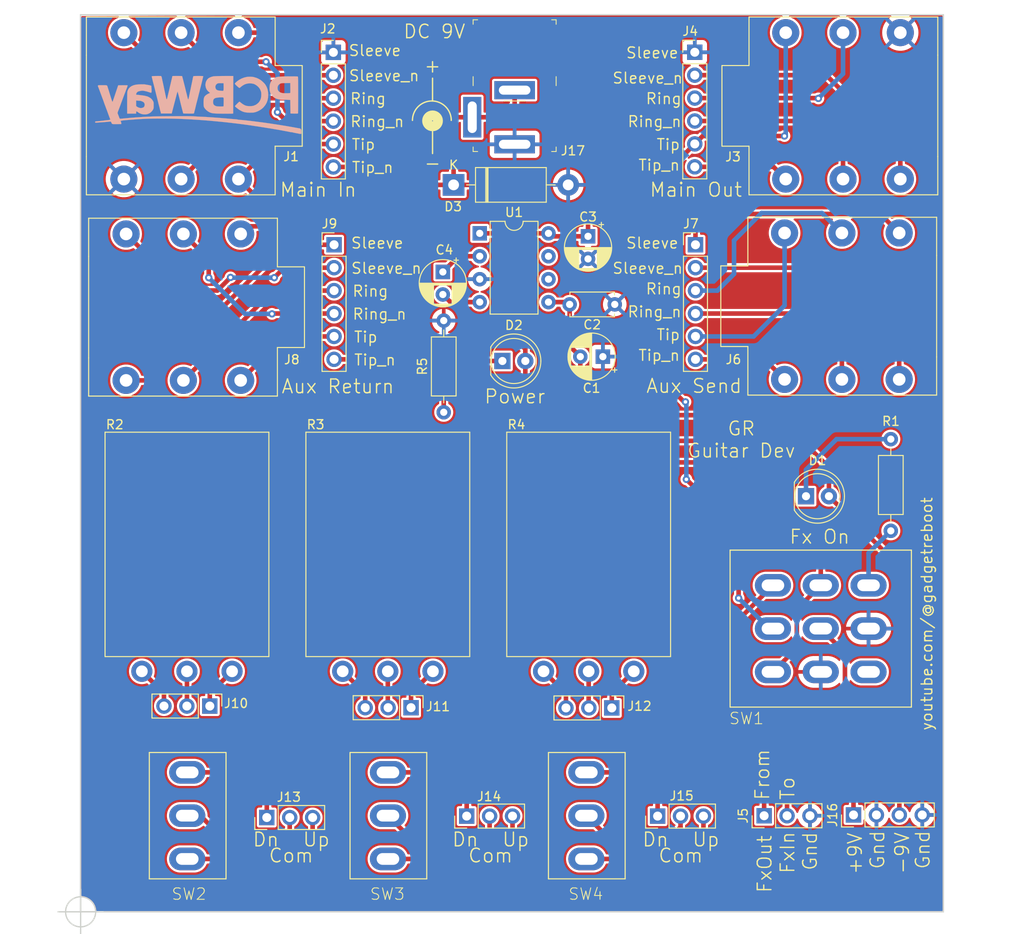
<source format=kicad_pcb>
(kicad_pcb (version 20240108) (generator "pcbnew") (generator_version "8.0")
  (layers (0 "F.Cu" signal) (31 "B.Cu" signal) (34 "B.Paste" user) (35 "F.Paste" user) (36 "B.SilkS" user "B.Silkscreen") (37 "F.SilkS" user "F.Silkscreen") (38 "B.Mask" user) (39 "F.Mask" user) (44 "Edge.Cuts" user))
  (net 0 "")
  (net 1 "GNDREF")
  (net 2 "VCC")
  (net 3 "-9V")
  (net 4 "Net-(U1-CAP+)")
  (net 5 "Net-(U1-CAP-)")
  (net 6 "Net-(D1-K)")
  (net 7 "Net-(D2-K)")
  (net 8 "Net-(J2-Pin_2)")
  (net 9 "Net-(J2-Pin_3)")
  (net 10 "Net-(J2-Pin_4)")
  (net 11 "/In_Jack")
  (net 12 "Net-(J2-Pin_6)")
  (net 13 "Net-(J4-Pin_3)")
  (net 14 "Net-(J4-Pin_2)")
  (net 15 "Net-(J4-Pin_4)")
  (net 16 "/Out_Jack")
  (net 17 "Net-(J4-Pin_6)")
  (net 18 "/Fx_In")
  (net 19 "/Fx_Out")
  (net 20 "Net-(J7-Pin_3)")
  (net 21 "Net-(J7-Pin_2)")
  (net 22 "Net-(J7-Pin_6)")
  (net 23 "Net-(J7-Pin_5)")
  (net 24 "Net-(J7-Pin_1)")
  (net 25 "Net-(J7-Pin_4)")
  (net 26 "Net-(J9-Pin_1)")
  (net 27 "Net-(J9-Pin_3)")
  (net 28 "Net-(J9-Pin_4)")
  (net 29 "Net-(J9-Pin_5)")
  (net 30 "Net-(J9-Pin_2)")
  (net 31 "Net-(J9-Pin_6)")
  (net 32 "Net-(J10-Pin_2)")
  (net 33 "Net-(J10-Pin_3)")
  (net 34 "Net-(J10-Pin_1)")
  (net 35 "Net-(J11-Pin_3)")
  (net 36 "Net-(J11-Pin_1)")
  (net 37 "Net-(J11-Pin_2)")
  (net 38 "Net-(J12-Pin_3)")
  (net 39 "Net-(J12-Pin_1)")
  (net 40 "Net-(J12-Pin_2)")
  (net 41 "Net-(J13-Pin_2)")
  (net 42 "Net-(J13-Pin_1)")
  (net 43 "Net-(J13-Pin_3)")
  (net 44 "Net-(J14-Pin_3)")
  (net 45 "Net-(J14-Pin_1)")
  (net 46 "Net-(J14-Pin_2)")
  (net 47 "Net-(J15-Pin_1)")
  (net 48 "Net-(J15-Pin_2)")
  (net 49 "Net-(J15-Pin_3)")
  (net 50 "Net-(SW1C-A)")
  (footprint "Capacitor_THT:CP_Radial_D5.0mm_P2.50mm" (layer "F.Cu") (at 95.42 56.952 -90)
    (property "Reference" "C3" (at -2.15 0 180) (layer "F.SilkS"))
    (property "Value" "10uF")
    (pad "1" thru_hole rect (at 0 0 270) (size 1.6 1.6) (drill 0.8) (layers "*.Cu" "*.Mask") (net 2 "VCC"))
    (pad "2" thru_hole circle (at 2.5 0 270) (size 1.6 1.6) (drill 0.8) (layers "*.Cu" "*.Mask") (net 1 "GNDREF"))
  )
  (footprint "Footprints:Jack_6.35mm_Neutrik_NMJ6HFD2_Horizontal" (layer "F.Cu") (at 56.674 50.608 180)
    (property "Reference" "J1" (at -5.842 2.495 0) (layer "F.SilkS"))
    (property "Value" "PJ-644F")
    (pad "R" thru_hole circle (at 6.35 0 180) (size 3 3) (drill 1.4) (layers "*.Cu" "*.Mask") (net 9 "Net-(J2-Pin_3)"))
    (pad "RN" thru_hole circle (at 6.35 16.23 180) (size 3 3) (drill 1.4) (layers "*.Cu" "*.Mask") (net 10 "Net-(J2-Pin_4)"))
    (pad "S" thru_hole circle (at 12.7 0 180) (size 3 3) (drill 1.4) (layers "*.Cu" "*.Mask") (net 1 "GNDREF"))
    (pad "SN" thru_hole circle (at 12.7 16.23 180) (size 3 3) (drill 1.4) (layers "*.Cu" "*.Mask") (net 8 "Net-(J2-Pin_2)"))
    (pad "T" thru_hole circle (at 0 0 180) (size 3 3) (drill 1.4) (layers "*.Cu" "*.Mask") (net 11 "/In_Jack"))
    (pad "TN" thru_hole circle (at 0 16.23 180) (size 3 3) (drill 1.4) (layers "*.Cu" "*.Mask") (net 12 "Net-(J2-Pin_6)"))
  )
  (footprint "digikey-footprints:Barrel_Jack_5.5mmODx2.1mmID_PJ-202A" (layer "F.Cu") (at 87.286 43.752)
    (property "Reference" "J17" (at 6.458 3.716 0) (layer "F.SilkS"))
    (property "Value" "PJ-202A")
    (pad "1" thru_hole rect (at 0 3) (size 4.5 2) (drill oval 3.5 1) (layers "*.Cu" "*.Mask") (net 1 "GNDREF"))
    (pad "2" thru_hole rect (at 0 -3) (size 4.5 2) (drill oval 3.5 1) (layers "*.Cu" "*.Mask") (net 2 "VCC"))
    (pad "3" thru_hole rect (at -4.7 0) (size 2 4.5) (drill oval 1 3.5) (layers "*.Cu" "*.Mask") (net 2 "VCC"))
  )
  (footprint "Connector_PinHeader_2.54mm:PinHeader_1x06_P2.54mm_Vertical" (layer "F.Cu") (at 67.196 36.564)
    (property "Reference" "J2" (at -0.624 -2.612 180) (layer "F.SilkS"))
    (property "Value" "Conn_01x06")
    (pad "1" thru_hole rect (at 0 0) (size 1.7 1.7) (drill 1) (layers "*.Cu" "*.Mask") (net 1 "GNDREF"))
    (pad "2" thru_hole oval (at 0 2.54) (size 1.7 1.7) (drill 1) (layers "*.Cu" "*.Mask") (net 8 "Net-(J2-Pin_2)"))
    (pad "3" thru_hole oval (at 0 5.079999) (size 1.7 1.7) (drill 1) (layers "*.Cu" "*.Mask") (net 9 "Net-(J2-Pin_3)"))
    (pad "4" thru_hole oval (at 0 7.62) (size 1.7 1.7) (drill 1) (layers "*.Cu" "*.Mask") (net 10 "Net-(J2-Pin_4)"))
    (pad "5" thru_hole oval (at 0 10.16) (size 1.7 1.7) (drill 1) (layers "*.Cu" "*.Mask") (net 11 "/In_Jack"))
    (pad "6" thru_hole oval (at 0 12.7) (size 1.7 1.7) (drill 1) (layers "*.Cu" "*.Mask") (net 12 "Net-(J2-Pin_6)"))
  )
  (footprint "Connector_PinHeader_2.54mm:PinHeader_1x06_P2.54mm_Vertical" (layer "F.Cu") (at 107.249 36.551)
    (property "Reference" "J4" (at -0.508 -2.33 0) (layer "F.SilkS"))
    (property "Value" "Conn_01x06")
    (pad "1" thru_hole rect (at 0 0) (size 1.7 1.7) (drill 1) (layers "*.Cu" "*.Mask") (net 1 "GNDREF"))
    (pad "2" thru_hole oval (at 0 2.54) (size 1.7 1.7) (drill 1) (layers "*.Cu" "*.Mask") (net 14 "Net-(J4-Pin_2)"))
    (pad "3" thru_hole oval (at 0 5.08) (size 1.7 1.7) (drill 1) (layers "*.Cu" "*.Mask") (net 13 "Net-(J4-Pin_3)"))
    (pad "4" thru_hole oval (at 0 7.62) (size 1.7 1.7) (drill 1) (layers "*.Cu" "*.Mask") (net 15 "Net-(J4-Pin_4)"))
    (pad "5" thru_hole oval (at 0 10.16) (size 1.7 1.7) (drill 1) (layers "*.Cu" "*.Mask") (net 16 "/Out_Jack"))
    (pad "6" thru_hole oval (at 0 12.7) (size 1.7 1.7) (drill 1) (layers "*.Cu" "*.Mask") (net 17 "Net-(J4-Pin_6)"))
  )
  (footprint "Connector_PinHeader_2.54mm:PinHeader_1x03_P2.54mm_Vertical" (layer "F.Cu") (at 53.501399 109.011 -90)
    (property "Reference" "J10" (at -0.295999 -2.910001 180) (layer "F.SilkS"))
    (property "Value" "Conn_01x03")
    (pad "1" thru_hole rect (at 0 0 270) (size 1.7 1.7) (drill 1) (layers "*.Cu" "*.Mask") (net 34 "Net-(J10-Pin_1)"))
    (pad "2" thru_hole oval (at 0 2.54 270) (size 1.7 1.7) (drill 1) (layers "*.Cu" "*.Mask") (net 32 "Net-(J10-Pin_2)"))
    (pad "3" thru_hole oval (at 0 5.079999 270) (size 1.7 1.7) (drill 1) (layers "*.Cu" "*.Mask") (net 33 "Net-(J10-Pin_3)"))
  )
  (footprint "Capacitor_THT:CP_Radial_D5.0mm_P2.50mm" (layer "F.Cu") (at 97.063614 70.286447 180)
    (property "Reference" "C1" (at 1.25 -3.496 0) (layer "F.SilkS"))
    (property "Value" "10uF")
    (pad "1" thru_hole rect (at 0 0 180) (size 1.6 1.6) (drill 0.8) (layers "*.Cu" "*.Mask") (net 1 "GNDREF"))
    (pad "2" thru_hole circle (at 2.5 0 180) (size 1.6 1.6) (drill 0.8) (layers "*.Cu" "*.Mask") (net 3 "-9V"))
  )
  (footprint "Connector_PinHeader_2.54mm:PinHeader_1x03_P2.54mm_Vertical" (layer "F.Cu") (at 114.935 121.167 90)
    (property "Reference" "J5" (at 0 -2.33 90) (layer "F.SilkS"))
    (property "Value" "Conn_01x03")
    (pad "1" thru_hole rect (at 0 0 90) (size 1.7 1.7) (drill 1) (layers "*.Cu" "*.Mask") (net 19 "/Fx_Out"))
    (pad "2" thru_hole oval (at 0 2.54 90) (size 1.7 1.7) (drill 1) (layers "*.Cu" "*.Mask") (net 18 "/Fx_In"))
    (pad "3" thru_hole oval (at 0 5.079999 90) (size 1.7 1.7) (drill 1) (layers "*.Cu" "*.Mask") (net 1 "GNDREF"))
  )
  (footprint "Connector_PinHeader_2.54mm:PinHeader_1x03_P2.54mm_Vertical" (layer "F.Cu") (at 81.971 121.205 90)
    (property "Reference" "J14" (at 2.162 2.484 180) (layer "F.SilkS"))
    (property "Value" "Conn_01x03")
    (pad "1" thru_hole rect (at 0 0 90) (size 1.7 1.7) (drill 1) (layers "*.Cu" "*.Mask") (net 45 "Net-(J14-Pin_1)"))
    (pad "2" thru_hole oval (at 0 2.54 90) (size 1.7 1.7) (drill 1) (layers "*.Cu" "*.Mask") (net 46 "Net-(J14-Pin_2)"))
    (pad "3" thru_hole oval (at 0 5.079999 90) (size 1.7 1.7) (drill 1) (layers "*.Cu" "*.Mask") (net 44 "Net-(J14-Pin_3)"))
  )
  (footprint "Package_DIP:DIP-8_W7.62mm" (layer "F.Cu") (at 83.415 56.621)
    (property "Reference" "U1" (at 3.81 -2.33 0) (layer "F.SilkS"))
    (property "Value" "MAX1044")
    (pad "1" thru_hole rect (at 0 0) (size 1.6 1.6) (drill 0.8) (layers "*.Cu" "*.Mask") (net 2 "VCC"))
    (pad "2" thru_hole oval (at 0 2.54) (size 1.6 1.6) (drill 0.8) (layers "*.Cu" "*.Mask") (net 4 "Net-(U1-CAP+)"))
    (pad "3" thru_hole oval (at 0 5.08) (size 1.6 1.6) (drill 0.8) (layers "*.Cu" "*.Mask") (net 1 "GNDREF"))
    (pad "4" thru_hole oval (at 0 7.62) (size 1.6 1.6) (drill 0.8) (layers "*.Cu" "*.Mask") (net 5 "Net-(U1-CAP-)"))
    (pad "5" thru_hole oval (at 7.62 7.62) (size 1.6 1.6) (drill 0.8) (layers "*.Cu" "*.Mask") (net 3 "-9V"))
    (pad "6" thru_hole oval (at 7.62 5.08) (size 1.6 1.6) (drill 0.8) (layers "*.Cu" "*.Mask"))
    (pad "7" thru_hole oval (at 7.62 2.54) (size 1.6 1.6) (drill 0.8) (layers "*.Cu" "*.Mask"))
    (pad "8" thru_hole oval (at 7.62 0) (size 1.6 1.6) (drill 0.8) (layers "*.Cu" "*.Mask") (net 2 "VCC"))
  )
  (footprint "Diode_THT:D_DO-15_P12.70mm_Horizontal" (layer "F.Cu") (at 80.5198 51.2494)
    (property "Reference" "D3" (at -0.0508 2.414 0) (layer "F.SilkS"))
    (property "Value" "TVS")
    (fp_text user "K" (at 0 -2.2 0) (layer "F.SilkS"))
    (pad "1" thru_hole rect (at 0 0) (size 2.4 2.4) (drill 1.2) (layers "*.Cu" "*.Mask") (net 2 "VCC"))
    (pad "2" thru_hole oval (at 12.7 0) (size 2.4 2.4) (drill 1.2) (layers "*.Cu" "*.Mask") (net 1 "GNDREF"))
  )
  (footprint "Capacitor_THT:CP_Radial_D5.0mm_P2.50mm" (layer "F.Cu") (at 79.329 60.898776 -90)
    (property "Reference" "C4" (at -2.443776 -0.171776 180) (layer "F.SilkS"))
    (property "Value" "10uF")
    (pad "1" thru_hole rect (at 0 0 270) (size 1.6 1.6) (drill 0.8) (layers "*.Cu" "*.Mask") (net 4 "Net-(U1-CAP+)"))
    (pad "2" thru_hole circle (at 2.5 0 270) (size 1.6 1.6) (drill 0.8) (layers "*.Cu" "*.Mask") (net 5 "Net-(U1-CAP-)"))
  )
  (footprint "Connector_PinHeader_2.54mm:PinHeader_1x06_P2.54mm_Vertical" (layer "F.Cu") (at 107.327 57.887)
    (property "Reference" "J7" (at -0.508 -2.33 0) (layer "F.SilkS"))
    (property "Value" "Conn_01x06")
    (pad "1" thru_hole rect (at 0 0) (size 1.7 1.7) (drill 1) (layers "*.Cu" "*.Mask") (net 24 "Net-(J7-Pin_1)"))
    (pad "2" thru_hole oval (at 0 2.54) (size 1.7 1.7) (drill 1) (layers "*.Cu" "*.Mask") (net 21 "Net-(J7-Pin_2)"))
    (pad "3" thru_hole oval (at 0 5.08) (size 1.7 1.7) (drill 1) (layers "*.Cu" "*.Mask") (net 20 "Net-(J7-Pin_3)"))
    (pad "4" thru_hole oval (at 0 7.62) (size 1.7 1.7) (drill 1) (layers "*.Cu" "*.Mask") (net 25 "Net-(J7-Pin_4)"))
    (pad "5" thru_hole oval (at 0 10.16) (size 1.7 1.7) (drill 1) (layers "*.Cu" "*.Mask") (net 23 "Net-(J7-Pin_5)"))
    (pad "6" thru_hole oval (at 0 12.7) (size 1.7 1.7) (drill 1) (layers "*.Cu" "*.Mask") (net 22 "Net-(J7-Pin_6)"))
  )
  (footprint "Footprints:STOMP-SWITCH-3PDT" (layer "F.Cu") (at 121.21108 100.42634)
    (property "Reference" "SW1" (at -8.228 9.958 0) (layer "F.SilkS") (effects (font (size 1.27 1.27) (thickness 0.1016))))
    (property "Value" "SW_3PDT")
    (pad "1" thru_hole oval (at -5.29844 -4.79806) (size 4 2.5) (drill oval 2.5 1.3) (layers "*.Cu" "*.Mask") (net 19 "/Fx_Out"))
    (pad "2" thru_hole oval (at -5.29844 0) (size 4 2.5) (drill oval 2.5 1.3) (layers "*.Cu" "*.Mask") (net 16 "/Out_Jack"))
    (pad "3" thru_hole oval (at -5.29844 4.79806) (size 4 2.5) (drill oval 2.5 1.3) (layers "*.Cu" "*.Mask") (net 11 "/In_Jack"))
    (pad "4" thru_hole oval (at 0 -4.79806) (size 4 2.5) (drill oval 2.5 1.3) (layers "*.Cu" "*.Mask") (net 11 "/In_Jack"))
    (pad "5" thru_hole oval (at 0 0) (size 4 2.5) (drill oval 2.5 1.3) (layers "*.Cu" "*.Mask") (net 18 "/Fx_In"))
    (pad "6" thru_hole oval (at 0 4.79806) (size 4 2.5) (drill oval 2.5 1.3) (layers "*.Cu" "*.Mask") (net 1 "GNDREF"))
    (pad "7" thru_hole oval (at 5.29844 -4.79806) (size 4 2.5) (drill oval 2.5 1.3) (layers "*.Cu" "*.Mask") (net 50 "Net-(SW1C-A)"))
    (pad "8" thru_hole oval (at 5.29844 0) (size 4 2.5) (drill oval 2.5 1.3) (layers "*.Cu" "*.Mask") (net 1 "GNDREF"))
    (pad "9" thru_hole oval (at 5.29844 4.79806) (size 4 2.5) (drill oval 2.5 1.3) (layers "*.Cu" "*.Mask"))
  )
  (footprint "Footprints:Toggle_Sw_SPDT" (layer "F.Cu") (at 100.5325 121.1575)
    (property "Reference" "SW4" (at -5.358 8.688 0) (layer "F.SilkS") (effects (font (size 1.27 1.27) (thickness 0.1016))))
    (property "Value" "Adam Tech SW-T2-2E-A-A2-M1")
    (pad "1" thru_hole oval (at -5.29844 -4.79806) (size 4 2.5) (drill oval 2.5 1.3) (layers "*.Cu" "*.Mask") (net 47 "Net-(J15-Pin_1)"))
    (pad "2" thru_hole oval (at -5.29844 0) (size 4 2.5) (drill oval 2.5 1.3) (layers "*.Cu" "*.Mask") (net 48 "Net-(J15-Pin_2)"))
    (pad "3" thru_hole oval (at -5.29844 4.79806) (size 4 2.5) (drill oval 2.5 1.3) (layers "*.Cu" "*.Mask") (net 49 "Net-(J15-Pin_3)"))
  )
  (footprint "Footprints:Jack_6.35mm_Neutrik_NMJ6HFD2_Horizontal" (layer "F.Cu") (at 117.33 34.378)
    (property "Reference" "J3" (at -5.842 13.764 0) (layer "F.SilkS"))
    (property "Value" "PJ-644F")
    (pad "R" thru_hole circle (at 6.35 0) (size 3 3) (drill 1.4) (layers "*.Cu" "*.Mask") (net 13 "Net-(J4-Pin_3)"))
    (pad "RN" thru_hole circle (at 6.35 16.23) (size 3 3) (drill 1.4) (layers "*.Cu" "*.Mask") (net 15 "Net-(J4-Pin_4)"))
    (pad "S" thru_hole circle (at 12.7 0) (size 3 3) (drill 1.4) (layers "*.Cu" "*.Mask") (net 1 "GNDREF"))
    (pad "SN" thru_hole circle (at 12.7 16.23) (size 3 3) (drill 1.4) (layers "*.Cu" "*.Mask") (net 14 "Net-(J4-Pin_2)"))
    (pad "T" thru_hole circle (at 0 0) (size 3 3) (drill 1.4) (layers "*.Cu" "*.Mask") (net 16 "/Out_Jack"))
    (pad "TN" thru_hole circle (at 0 16.23) (size 3 3) (drill 1.4) (layers "*.Cu" "*.Mask") (net 17 "Net-(J4-Pin_6)"))
  )
  (footprint "Footprints:Jack_6.35mm_Neutrik_NMJ6HFD2_Horizontal" (layer "F.Cu") (at 117.203 56.579)
    (property "Reference" "J6" (at -5.67 14.023999 180) (layer "F.SilkS"))
    (property "Value" "PJ-644F")
    (pad "R" thru_hole circle (at 6.35 0) (size 3 3) (drill 1.4) (layers "*.Cu" "*.Mask") (net 20 "Net-(J7-Pin_3)"))
    (pad "RN" thru_hole circle (at 6.35 16.23) (size 3 3) (drill 1.4) (layers "*.Cu" "*.Mask") (net 25 "Net-(J7-Pin_4)"))
    (pad "S" thru_hole circle (at 12.7 0) (size 3 3) (drill 1.4) (layers "*.Cu" "*.Mask") (net 24 "Net-(J7-Pin_1)"))
    (pad "SN" thru_hole circle (at 12.7 16.23) (size 3 3) (drill 1.4) (layers "*.Cu" "*.Mask") (net 21 "Net-(J7-Pin_2)"))
    (pad "T" thru_hole circle (at 0 0) (size 3 3) (drill 1.4) (layers "*.Cu" "*.Mask") (net 23 "Net-(J7-Pin_5)"))
    (pad "TN" thru_hole circle (at 0 16.23) (size 3 3) (drill 1.4) (layers "*.Cu" "*.Mask") (net 22 "Net-(J7-Pin_6)"))
  )
  (footprint "Connector_PinHeader_2.54mm:PinHeader_1x06_P2.54mm_Vertical" (layer "F.Cu") (at 67.273 57.887)
    (property "Reference" "J9" (at -0.508 -2.33 0) (layer "F.SilkS"))
    (property "Value" "Conn_01x06")
    (pad "1" thru_hole rect (at 0 0) (size 1.7 1.7) (drill 1) (layers "*.Cu" "*.Mask") (net 26 "Net-(J9-Pin_1)"))
    (pad "2" thru_hole oval (at 0 2.54) (size 1.7 1.7) (drill 1) (layers "*.Cu" "*.Mask") (net 30 "Net-(J9-Pin_2)"))
    (pad "3" thru_hole oval (at 0 5.08) (size 1.7 1.7) (drill 1) (layers "*.Cu" "*.Mask") (net 27 "Net-(J9-Pin_3)"))
    (pad "4" thru_hole oval (at 0 7.62) (size 1.7 1.7) (drill 1) (layers "*.Cu" "*.Mask") (net 28 "Net-(J9-Pin_4)"))
    (pad "5" thru_hole oval (at 0 10.16) (size 1.7 1.7) (drill 1) (layers "*.Cu" "*.Mask") (net 29 "Net-(J9-Pin_5)"))
    (pad "6" thru_hole oval (at 0 12.7) (size 1.7 1.7) (drill 1) (layers "*.Cu" "*.Mask") (net 31 "Net-(J9-Pin_6)"))
  )
  (footprint "Resistor_THT:R_Axial_DIN0207_L6.3mm_D2.5mm_P10.16mm_Horizontal" (layer "F.Cu") (at 79.427 76.451 90)
    (property "Reference" "R5" (at 5.08 -2.370001 90) (layer "F.SilkS"))
    (property "Value" "680r")
    (pad "1" thru_hole circle (at 0 0 90) (size 1.6 1.6) (drill 0.8) (layers "*.Cu" "*.Mask") (net 7 "Net-(D2-K)"))
    (pad "2" thru_hole oval (at 10.16 0 90) (size 1.6 1.6) (drill 0.8) (layers "*.Cu" "*.Mask") (net 1 "GNDREF"))
  )
  (footprint "Connector_PinHeader_2.54mm:PinHeader_1x03_P2.54mm_Vertical" (layer "F.Cu") (at 59.817 121.362999 90)
    (property "Reference" "J13" (at 2.263999 2.443999 180) (layer "F.SilkS"))
    (property "Value" "Conn_01x03")
    (pad "1" thru_hole rect (at 0 0 90) (size 1.7 1.7) (drill 1) (layers "*.Cu" "*.Mask") (net 42 "Net-(J13-Pin_1)"))
    (pad "2" thru_hole oval (at 0 2.54 90) (size 1.7 1.7) (drill 1) (layers "*.Cu" "*.Mask") (net 41 "Net-(J13-Pin_2)"))
    (pad "3" thru_hole oval (at 0 5.079999 90) (size 1.7 1.7) (drill 1) (layers "*.Cu" "*.Mask") (net 43 "Net-(J13-Pin_3)"))
  )
  (footprint "Connector_PinHeader_2.54mm:PinHeader_1x03_P2.54mm_Vertical" (layer "F.Cu") (at 98.052999 109.2178 -90)
    (property "Reference" "J12" (at -0.197999 -3.066001 180) (layer "F.SilkS"))
    (property "Value" "Conn_01x03")
    (pad "1" thru_hole rect (at 0 0 270) (size 1.7 1.7) (drill 1) (layers "*.Cu" "*.Mask") (net 39 "Net-(J12-Pin_1)"))
    (pad "2" thru_hole oval (at 0 2.54 270) (size 1.7 1.7) (drill 1) (layers "*.Cu" "*.Mask") (net 40 "Net-(J12-Pin_2)"))
    (pad "3" thru_hole oval (at 0 5.079999 270) (size 1.7 1.7) (drill 1) (layers "*.Cu" "*.Mask") (net 38 "Net-(J12-Pin_3)"))
  )
  (footprint "Footprints:Toggle_Sw_SPDT" (layer "F.Cu") (at 56.2995 121.1575)
    (property "Reference" "SW2" (at -5.104 8.688 0) (layer "F.SilkS") (effects (font (size 1.27 1.27) (thickness 0.1016))))
    (property "Value" "Adam Tech SW-T2-2E-A-A2-M1")
    (pad "1" thru_hole oval (at -5.29844 -4.79806) (size 4 2.5) (drill oval 2.5 1.3) (layers "*.Cu" "*.Mask") (net 42 "Net-(J13-Pin_1)"))
    (pad "2" thru_hole oval (at -5.29844 0) (size 4 2.5) (drill oval 2.5 1.3) (layers "*.Cu" "*.Mask") (net 41 "Net-(J13-Pin_2)"))
    (pad "3" thru_hole oval (at -5.29844 4.79806) (size 4 2.5) (drill oval 2.5 1.3) (layers "*.Cu" "*.Mask") (net 43 "Net-(J13-Pin_3)"))
  )
  (footprint "Capacitor_THT:C_Disc_D4.7mm_W2.5mm_P5.00mm" (layer "F.Cu") (at 98.381 64.497 180)
    (property "Reference" "C2" (at 2.5 -2.246 0) (layer "F.SilkS"))
    (property "Value" "100nF")
    (pad "1" thru_hole circle (at 0 0 180) (size 1.6 1.6) (drill 0.8) (layers "*.Cu" "*.Mask") (net 1 "GNDREF"))
    (pad "2" thru_hole circle (at 5 0 180) (size 1.6 1.6) (drill 0.8) (layers "*.Cu" "*.Mask") (net 3 "-9V"))
  )
  (footprint "Footprints:Potentiometer_Vimex" (layer "F.Cu") (at 78.229 105.158999 90)
    (property "Reference" "R3" (at 27.34 -13 0) (layer "F.SilkS"))
    (property "Value" "B100K")
    (pad "1" thru_hole circle (at 0 0 90) (size 2.34 2.34) (drill 1.3) (layers "*.Cu" "*.Mask") (net 36 "Net-(J11-Pin_1)"))
    (pad "2" thru_hole circle (at 0 -5 90) (size 2.34 2.34) (drill 1.3) (layers "*.Cu" "*.Mask") (net 37 "Net-(J11-Pin_2)"))
    (pad "3" thru_hole circle (at 0 -10 90) (size 2.34 2.34) (drill 1.3) (layers "*.Cu" "*.Mask") (net 35 "Net-(J11-Pin_3)"))
  )
  (footprint "Resistor_THT:R_Axial_DIN0207_L6.3mm_D2.5mm_P10.16mm_Horizontal" (layer "F.Cu") (at 128.975 79.430199 -90)
    (property "Reference" "R1" (at -1.982 -0.014399 180) (layer "F.SilkS"))
    (property "Value" "680r")
    (pad "1" thru_hole circle (at 0 0 270) (size 1.6 1.6) (drill 0.8) (layers "*.Cu" "*.Mask") (net 6 "Net-(D1-K)"))
    (pad "2" thru_hole oval (at 10.16 0 270) (size 1.6 1.6) (drill 0.8) (layers "*.Cu" "*.Mask") (net 50 "Net-(SW1C-A)"))
  )
  (footprint "Connector_PinHeader_2.54mm:PinHeader_1x03_P2.54mm_Vertical" (layer "F.Cu") (at 103.131 121.205 90)
    (property "Reference" "J15" (at 2.239999 2.66 180) (layer "F.SilkS"))
    (property "Value" "Conn_01x03")
    (pad "1" thru_hole rect (at 0 0 90) (size 1.7 1.7) (drill 1) (layers "*.Cu" "*.Mask") (net 47 "Net-(J15-Pin_1)"))
    (pad "2" thru_hole oval (at 0 2.54 90) (size 1.7 1.7) (drill 1) (layers "*.Cu" "*.Mask") (net 48 "Net-(J15-Pin_2)"))
    (pad "3" thru_hole oval (at 0 5.079999 90) (size 1.7 1.7) (drill 1) (layers "*.Cu" "*.Mask") (net 49 "Net-(J15-Pin_3)"))
  )
  (footprint "LED_THT:LED_D5.0mm" (layer "F.Cu") (at 119.577 85.753)
    (property "Reference" "D1" (at 1.27 -3.96 0) (layer "F.SilkS"))
    (property "Value" "LED_Small_ALT")
    (pad "1" thru_hole rect (at 0 0) (size 1.8 1.8) (drill 0.9) (layers "*.Cu" "*.Mask") (net 6 "Net-(D1-K)"))
    (pad "2" thru_hole circle (at 2.54 0) (size 1.8 1.8) (drill 0.9) (layers "*.Cu" "*.Mask") (net 2 "VCC"))
  )
  (footprint "LED_THT:LED_D5.0mm" (layer "F.Cu") (at 85.929 70.767)
    (property "Reference" "D2" (at 1.27 -3.96 0) (layer "F.SilkS"))
    (property "Value" "LED_Small_ALT")
    (pad "1" thru_hole rect (at 0 0) (size 1.8 1.8) (drill 0.9) (layers "*.Cu" "*.Mask") (net 7 "Net-(D2-K)"))
    (pad "2" thru_hole circle (at 2.54 0) (size 1.8 1.8) (drill 0.9) (layers "*.Cu" "*.Mask") (net 2 "VCC"))
  )
  (footprint "Footprints:Potentiometer_Vimex" (layer "F.Cu") (at 55.969 105.159 90)
    (property "Reference" "R2" (at 27.34 -13 0) (layer "F.SilkS"))
    (property "Value" "B100K")
    (pad "1" thru_hole circle (at 0 0 90) (size 2.34 2.34) (drill 1.3) (layers "*.Cu" "*.Mask") (net 34 "Net-(J10-Pin_1)"))
    (pad "2" thru_hole circle (at 0 -5 90) (size 2.34 2.34) (drill 1.3) (layers "*.Cu" "*.Mask") (net 32 "Net-(J10-Pin_2)"))
    (pad "3" thru_hole circle (at 0 -10 90) (size 2.34 2.34) (drill 1.3) (layers "*.Cu" "*.Mask") (net 33 "Net-(J10-Pin_3)"))
  )
  (footprint "Footprints:Toggle_Sw_SPDT" (layer "F.Cu") (at 78.543 121.1575)
    (property "Reference" "SW3" (at -5.358 8.688 0) (layer "F.SilkS") (effects (font (size 1.27 1.27) (thickness 0.1016))))
    (property "Value" "Adam Tech SW-T2-2E-A-A2-M1")
    (pad "1" thru_hole oval (at -5.29844 -4.79806) (size 4 2.5) (drill oval 2.5 1.3) (layers "*.Cu" "*.Mask") (net 45 "Net-(J14-Pin_1)"))
    (pad "2" thru_hole oval (at -5.29844 0) (size 4 2.5) (drill oval 2.5 1.3) (layers "*.Cu" "*.Mask") (net 46 "Net-(J14-Pin_2)"))
    (pad "3" thru_hole oval (at -5.29844 4.79806) (size 4 2.5) (drill oval 2.5 1.3) (layers "*.Cu" "*.Mask") (net 44 "Net-(J14-Pin_3)"))
  )
  (footprint "Footprints:Jack_6.35mm_Neutrik_NMJ6HFD2_Horizontal" (layer "F.Cu") (at 56.923 72.916801 180)
    (property "Reference" "J8" (at -5.670001 2.299601 180) (layer "F.SilkS"))
    (property "Value" "PJ-644F")
    (pad "R" thru_hole circle (at 6.35 0 180) (size 3 3) (drill 1.4) (layers "*.Cu" "*.Mask") (net 27 "Net-(J9-Pin_3)"))
    (pad "RN" thru_hole circle (at 6.35 16.23 180) (size 3 3) (drill 1.4) (layers "*.Cu" "*.Mask") (net 28 "Net-(J9-Pin_4)"))
    (pad "S" thru_hole circle (at 12.7 0 180) (size 3 3) (drill 1.4) (layers "*.Cu" "*.Mask") (net 26 "Net-(J9-Pin_1)"))
    (pad "SN" thru_hole circle (at 12.7 16.23 180) (size 3 3) (drill 1.4) (layers "*.Cu" "*.Mask") (net 30 "Net-(J9-Pin_2)"))
    (pad "T" thru_hole circle (at 0 0 180) (size 3 3) (drill 1.4) (layers "*.Cu" "*.Mask") (net 29 "Net-(J9-Pin_5)"))
    (pad "TN" thru_hole circle (at 0 16.23 180) (size 3 3) (drill 1.4) (layers "*.Cu" "*.Mask") (net 31 "Net-(J9-Pin_6)"))
  )
  (footprint "Connector_PinHeader_2.54mm:PinHeader_1x03_P2.54mm_Vertical" (layer "F.Cu") (at 75.8026 109.190599 -90)
    (property "Reference" "J11" (at -0.119999 -2.987999 180) (layer "F.SilkS"))
    (property "Value" "Conn_01x03")
    (pad "1" thru_hole rect (at 0 0 270) (size 1.7 1.7) (drill 1) (layers "*.Cu" "*.Mask") (net 36 "Net-(J11-Pin_1)"))
    (pad "2" thru_hole oval (at 0 2.54 270) (size 1.7 1.7) (drill 1) (layers "*.Cu" "*.Mask") (net 37 "Net-(J11-Pin_2)"))
    (pad "3" thru_hole oval (at 0 5.079999 270) (size 1.7 1.7) (drill 1) (layers "*.Cu" "*.Mask") (net 35 "Net-(J11-Pin_3)"))
  )
  (footprint "Connector_PinHeader_2.54mm:PinHeader_1x04_P2.54mm_Vertical" (layer "F.Cu") (at 124.841 121.0782 90)
    (property "Reference" "J16" (at 0 -2.33 90) (layer "F.SilkS"))
    (property "Value" "Conn_01x04")
    (pad "1" thru_hole rect (at 0 0 90) (size 1.7 1.7) (drill 1) (layers "*.Cu" "*.Mask") (net 2 "VCC"))
    (pad "2" thru_hole oval (at 0 2.54 90) (size 1.7 1.7) (drill 1) (layers "*.Cu" "*.Mask") (net 1 "GNDREF"))
    (pad "3" thru_hole oval (at 0 5.08 90) (size 1.7 1.7) (drill 1) (layers "*.Cu" "*.Mask") (net 3 "-9V"))
    (pad "4" thru_hole oval (at 0 7.62 90) (size 1.7 1.7) (drill 1) (layers "*.Cu" "*.Mask") (net 1 "GNDREF"))
  )
  (footprint "Footprints:Potentiometer_Vimex" (layer "F.Cu") (at 100.489 105.159 90)
    (property "Reference" "R4" (at 27.34 -13 0) (layer "F.SilkS"))
    (property "Value" "B100K")
    (pad "1" thru_hole circle (at 0 0 90) (size 2.34 2.34) (drill 1.3) (layers "*.Cu" "*.Mask") (net 39 "Net-(J12-Pin_1)"))
    (pad "2" thru_hole circle (at 0 -5 90) (size 2.34 2.34) (drill 1.3) (layers "*.Cu" "*.Mask") (net 40 "Net-(J12-Pin_2)"))
    (pad "3" thru_hole circle (at 0 -10 90) (size 2.34 2.34) (drill 1.3) (layers "*.Cu" "*.Mask") (net 38 "Net-(J12-Pin_3)"))
  )
  (footprint "_Custom_Footprints:pcb way logo" (layer "B.Cu") (at 52.219 43.071 180)
    (property "Reference" "G***" (hide yes))
    (property "Value" "LOGO" (hide yes))
  )
  (gr_line (start 78.186 45.327) (end 78.186 47.777) (stroke (width 0.15)) (layer "F.SilkS"))
  (gr_line (start 78.186 41.952) (end 78.186 39.427) (stroke (width 0.15)) (layer "F.SilkS"))
  (gr_circle (center 78.186 44.152) (end 78.786 44.152) (stroke (width 1.1)) (fill none) (layer "F.SilkS"))
  (gr_arc (start 75.961 44.102) (mid 78.111 41.952) (end 80.261 44.102) (stroke (width 0.15)) (layer "F.SilkS"))
  (gr_line (start 39.173 32.4) (end 39.173 131.814) (stroke (width 0.15)) (layer "Edge.Cuts"))
  (gr_line (start 39.173 131.814) (end 134.8 131.814) (stroke (width 0.15)) (layer "Edge.Cuts"))
  (gr_line (start 134.8 32.4) (end 39.173 32.4) (stroke (width 0.15)) (layer "Edge.Cuts"))
  (gr_line (start 134.8 131.814) (end 134.8 32.4) (stroke (width 0.15)) (layer "Edge.Cuts"))
  (gr_text "Power" (at 87.308 74.704 0) (layer "F.SilkS") (effects (font (size 1.524 1.524))))
  (gr_text "GR\nGuitar Dev" (at 112.4104 79.482 0) (layer "F.SilkS") (effects (font (size 1.524 1.524))))
  (gr_text "+" (at 78.186 38.052 0) (layer "F.SilkS") (effects (font (size 1.5 1.5))))
  (gr_text "-" (at 78.186 48.827 0) (layer "F.SilkS") (effects (font (size 1.5 1.5))))
  (gr_text "DC 9V" (at 78.3924 34.2488 0) (layer "F.SilkS") (effects (font (size 1.5 1.5))))
  (gr_text "Sleeve" (at 71.802 36.362 0) (layer "F.SilkS") (effects (font (size 1.2 1.2))))
  (gr_text "youtube.com/@gadgetreboot" (at 132.9772 98.7908 90) (layer "F.SilkS") (effects (font (size 1.2 1.2))))
  (gr_text "Dn" (at 81.816 123.804 0) (layer "F.SilkS") (effects (font (size 1.524 1.524))))
  (gr_text "Sleeve_n" (at 73.072 60.492 0) (layer "F.SilkS") (effects (font (size 1.2 1.2))))
  (gr_text "Ring" (at 71.294 63.032 0) (layer "F.SilkS") (effects (font (size 1.2 1.2))))
  (gr_text "Sleeve" (at 72.056 57.698 0) (layer "F.SilkS") (effects (font (size 1.2 1.2))))
  (gr_text "Tip" (at 70.532 46.776 0) (layer "F.SilkS") (effects (font (size 1.2 1.2))))
  (gr_text "Tip" (at 104.314 67.858 0) (layer "F.SilkS") (effects (font (size 1.2 1.2))))
  (gr_text "Dn" (at 59.718 123.804 0) (layer "F.SilkS") (effects (font (size 1.524 1.524))))
  (gr_text "Sleeve" (at 102.536 36.616 0) (layer "F.SilkS") (effects (font (size 1.2 1.2))))
  (gr_text "Main In" (at 65.5148 51.7932 0) (layer "F.SilkS") (effects (font (size 1.524 1.524))))
  (gr_text "Sleeve" (at 102.536 57.698 0) (layer "F.SilkS") (effects (font (size 1.2 1.2))))
  (gr_text "Gnd" (at 132.52 124.945201 90) (layer "F.SilkS") (effects (font (size 1.524 1.524))))
  (gr_text "Tip_n" (at 103.298 70.144 0) (layer "F.SilkS") (effects (font (size 1.2 1.2))))
  (gr_text "Tip" (at 70.786 68.112 0) (layer "F.SilkS") (effects (font (size 1.2 1.2))))
  (gr_text "Tip" (at 104.314 46.776 0) (layer "F.SilkS") (effects (font (size 1.2 1.2))))
  (gr_text "Up" (at 87.404 123.804 0) (layer "F.SilkS") (effects (font (size 1.524 1.524))))
  (gr_text "FxOut" (at 114.994 126.520001 90) (layer "F.SilkS") (effects (font (size 1.524 1.524))))
  (gr_text "-9V" (at 130.234 125.300801 90) (layer "F.SilkS") (effects (font (size 1.524 1.524))))
  (gr_text "Ring" (at 103.806 41.696 0) (layer "F.SilkS") (effects (font (size 1.2 1.2))))
  (gr_text "Ring_n" (at 102.79 44.236 0) (layer "F.SilkS") (effects (font (size 1.2 1.2))))
  (gr_text "Ring_n" (at 72.056 44.236 0) (layer "F.SilkS") (effects (font (size 1.2 1.2))))
  (gr_text "From" (at 114.74 116.614001 90) (layer "F.SilkS") (effects (font (size 1.524 1.524))))
  (gr_text "Ring_n" (at 72.31 65.572 0) (layer "F.SilkS") (effects (font (size 1.2 1.2))))
  (gr_text "Fx On" (at 121.09 90.2488 0) (layer "F.SilkS") (effects (font (size 1.524 1.524))))
  (gr_text "Up" (at 108.486 123.804 0) (layer "F.SilkS") (effects (font (size 1.524 1.524))))
  (gr_text "Ring" (at 103.806 62.778 0) (layer "F.SilkS") (effects (font (size 1.2 1.2))))
  (gr_text "Sleeve_n" (at 102.028 60.492 0) (layer "F.SilkS") (effects (font (size 1.2 1.2))))
  (gr_text "Com" (at 84.61 125.582 0) (layer "F.SilkS") (effects (font (size 1.524 1.524))))
  (gr_text "FxIn" (at 117.534 125.250001 90) (layer "F.SilkS") (effects (font (size 1.524 1.524))))
  (gr_text "Com" (at 105.692 125.582 0) (layer "F.SilkS") (effects (font (size 1.524 1.524))))
  (gr_text "Sleeve_n" (at 102.028 39.41 0) (layer "F.SilkS") (effects (font (size 1.2 1.2))))
  (gr_text "Ring_n" (at 102.79 65.318 0) (layer "F.SilkS") (effects (font (size 1.2 1.2))))
  (gr_text "Sleeve_n" (at 72.818 39.156 0) (layer "F.SilkS") (effects (font (size 1.2 1.2))))
  (gr_text "Gnd" (at 120.0232 125.097601 90) (layer "F.SilkS") (effects (font (size 1.524 1.524))))
  (gr_text "Main Out" (at 107.374 51.7932 0) (layer "F.SilkS") (effects (font (size 1.524 1.524))))
  (gr_text "Tip_n" (at 103.298 49.062 0) (layer "F.SilkS") (effects (font (size 1.2 1.2))))
  (gr_text "Tip_n" (at 71.802 70.652 0) (layer "F.SilkS") (effects (font (size 1.2 1.2))))
  (gr_text "Tip_n" (at 71.548 49.316 0) (layer "F.SilkS") (effects (font (size 1.2 1.2))))
  (gr_text "+9V" (at 125.0016 125.351601 90) (layer "F.SilkS") (effects (font (size 1.524 1.524))))
  (gr_text "Up" (at 65.306 123.804 0) (layer "F.SilkS") (effects (font (size 1.524 1.524))))
  (gr_text "Com" (at 62.512 125.582 0) (layer "F.SilkS") (effects (font (size 1.524 1.524))))
  (gr_text "Aux Return" (at 67.6992 73.5864 0) (layer "F.SilkS") (effects (font (size 1.524 1.524))))
  (gr_text "Dn" (at 102.898 123.804 0) (layer "F.SilkS") (effects (font (size 1.524 1.524))))
  (gr_text "Aux Send" (at 107.1708 73.5356 0) (layer "F.SilkS") (effects (font (size 1.524 1.524))))
  (gr_text "Ring" (at 71.04 41.696 0) (layer "F.SilkS") (effects (font (size 1.2 1.2))))
  (gr_text "To" (at 117.534 118.138001 90) (layer "F.SilkS") (effects (font (size 1.524 1.524))))
  (gr_text "Gnd" (at 127.4908 124.945201 90) (layer "F.SilkS") (effects (font (size 1.524 1.524))))
  (target plus (at 39.184 131.814) (size 5) (width 0.15) (layer "Edge.Cuts"))
  (segment (start 80.5198 44.1884) (end 80.5198 51.2494) (width 0.508) (layer "F.Cu") (net 2))
  (segment (start 83.415 56.621) (end 91.035 56.621) (width 0.508) (layer "F.Cu") (net 2))
  (segment (start 82.5206 51.2494) (end 85.3612 54.09) (width 0.508) (layer "F.Cu") (net 2))
  (segment (start 82.586 43.752) (end 80.9562 43.752) (width 0.508) (layer "F.Cu") (net 2))
  (segment (start 85.8948 43.752) (end 82.586 43.752) (width 0.508) (layer "F.Cu") (net 2))
  (segment (start 122.117 82.5654) (end 119.1178 79.5662) (width 0.508) (layer "F.Cu") (net 2))
  (segment (start 119.1178 79.5662) (end 118.6606 79.5662) (width 0.508) (layer "F.Cu") (net 2))
  (segment (start 92.905 79.617) (end 88.469 75.181) (width 0.508) (layer "F.Cu") (net 2))
  (segment (start 95.445 55.233) (end 95.42 55.258) (width 0.508) (layer "F.Cu") (net 2))
  (segment (start 124.841 121.0782) (end 124.841 117.1754) (width 0.508) (layer "F.Cu") (net 2))
  (segment (start 95.42 55.258) (end 95.42 56.952) (width 0.508) (layer "F.Cu") (net 2))
  (segment (start 95.42 56.952) (end 91.366 56.952) (width 0.508) (layer "F.Cu") (net 2))
  (segment (start 80.5198 51.2494) (end 82.5206 51.2494) (width 0.508) (layer "F.Cu") (net 2))
  (segment (start 124.841 117.1754) (end 130.3954 111.621) (width 0.508) (layer "F.Cu") (net 2))
  (segment (start 85.3612 54.09) (end 94.302 54.09) (width 0.508) (layer "F.Cu") (net 2))
  (segment (start 88.469 69.4406) (end 87.2154 68.187) (width 0.508) (layer "F.Cu") (net 2))
  (segment (start 75.7346 53.698) (end 78.1832 51.2494) (width 0.508) (layer "F.Cu") (net 2))
  (segment (start 87.286 40.752) (end 87.286 42.3608) (width 0.508) (layer "F.Cu") (net 2))
  (segment (start 87.2154 68.187) (end 77.7158 68.187) (width 0.508) (layer "F.Cu") (net 2))
  (segment (start 78.1832 51.2494) (end 80.5198 51.2494) (width 0.508) (layer "F.Cu") (net 2))
  (segment (start 75.7346 66.2058) (end 75.7346 53.698) (width 0.508) (layer "F.Cu") (net 2))
  (segment (start 118.6606 79.5662) (end 118.6098 79.617) (width 0.508) (layer "F.Cu") (net 2))
  (segment (start 88.469 75.181) (end 88.469 70.767) (width 0.508) (layer "F.Cu") (net 2))
  (segment (start 122.117 85.753) (end 122.117 82.5654) (width 0.508) (layer "F.Cu") (net 2))
  (segment (start 87.286 42.3608) (end 85.8948 43.752) (width 0.508) (layer "F.Cu") (net 2))
  (segment (start 130.3954 111.621) (end 130.3954 94.0314) (width 0.508) (layer "F.Cu") (net 2))
  (segment (start 80.9562 43.752) (end 80.5198 44.1884) (width 0.508) (layer "F.Cu") (net 2))
  (segment (start 91.366 56.952) (end 91.035 56.621) (width 0.508) (layer "F.Cu") (net 2))
  (segment (start 77.7158 68.187) (end 75.7346 66.2058) (width 0.508) (layer "F.Cu") (net 2))
  (segment (start 88.469 70.767) (end 88.469 69.4406) (width 0.508) (layer "F.Cu") (net 2))
  (segment (start 94.302 54.09) (end 95.445 55.233) (width 0.508) (layer "F.Cu") (net 2))
  (segment (start 118.6098 79.617) (end 92.905 79.617) (width 0.508) (layer "F.Cu") (net 2))
  (segment (start 130.3954 94.0314) (end 122.117 85.753) (width 0.508) (layer "F.Cu") (net 2))
  (segment (start 132.1734 113.2466) (end 132.1734 78.9058) (width 0.508) (layer "F.Cu") (net 3))
  (segment (start 94.683 73.267) (end 94.563614 73.147614) (width 0.508) (layer "F.Cu") (net 3))
  (segment (start 130.0398 76.7722) (end 98.239 76.7722) (width 0.508) (layer "F.Cu") (net 3))
  (segment (start 93.381 69.103833) (end 94.563614 70.286447) (width 0.508) (layer "F.Cu") (net 3))
  (segment (start 94.563614 73.147614) (end 94.563614 70.286447) (width 0.508) (layer "F.Cu") (net 3))
  (segment (start 94.7338 73.267) (end 94.683 73.267) (width 0.508) (layer "F.Cu") (net 3))
  (segment (start 132.1734 78.9058) (end 130.0398 76.7722) (width 0.508) (layer "F.Cu") (net 3))
  (segment (start 93.125 64.241) (end 93.381 64.497) (width 0.508) (layer "F.Cu") (net 3))
  (segment (start 98.239 76.7722) (end 94.7338 73.267) (width 0.508) (layer "F.Cu") (net 3))
  (segment (start 93.381 64.497) (end 93.381 69.103833) (width 0.508) (layer "F.Cu") (net 3))
  (segment (start 91.035 64.241) (end 93.125 64.241) (width 0.508) (layer "F.Cu") (net 3))
  (segment (start 129.921 121.0782) (end 129.921 115.499) (width 0.508) (layer "F.Cu") (net 3))
  (segment (start 129.921 115.499) (end 132.1734 113.2466) (width 0.508) (layer "F.Cu") (net 3))
  (segment (start 81.066776 59.161) (end 79.329 60.898776) (width 0.508) (layer "F.Cu") (net 4))
  (segment (start 83.415 59.161) (end 81.066776 59.161) (width 0.508) (layer "F.Cu") (net 4))
  (segment (start 80.171224 64.241) (end 83.415 64.241) (width 0.508) (layer "F.Cu") (net 5))
  (segment (start 79.329 63.398776) (end 80.171224 64.241) (width 0.508) (layer "F.Cu") (net 5))
  (segment (start 119.577 85.753) (end 119.577 82.8154) (width 0.508) (layer "B.Cu") (net 6))
  (segment (start 119.577 82.8154) (end 122.962201 79.430199) (width 0.508) (layer "B.Cu") (net 6))
  (segment (start 122.962201 79.430199) (end 128.975 79.430199) (width 0.508) (layer "B.Cu") (net 6))
  (segment (start 82.6542 70.767) (end 85.929 70.767) (width 0.508) (layer "F.Cu") (net 7))
  (segment (start 82.1862 70.9302) (end 82.491 70.9302) (width 0.508) (layer "F.Cu") (net 7))
  (segment (start 82.491 70.9302) (end 82.6542 70.767) (width 0.508) (layer "F.Cu") (net 7))
  (segment (start 79.427 76.451) (end 79.427 73.6894) (width 0.508) (layer "F.Cu") (net 7))
  (segment (start 79.427 73.6894) (end 82.1862 70.9302) (width 0.508) (layer "F.Cu") (net 7))
  (segment (start 48.7 39.104) (end 43.974 34.378) (width 0.508) (layer "F.Cu") (net 8))
  (segment (start 67.196 39.104) (end 48.7 39.104) (width 0.508) (layer "F.Cu") (net 8))
  (segment (start 67.196 41.643999) (end 59.288001 41.643999) (width 0.508) (layer "F.Cu") (net 9))
  (segment (start 59.288001 41.643999) (end 50.324 50.608) (width 0.508) (layer "F.Cu") (net 9))
  (segment (start 53.5514 37.6054) (end 50.324 34.378) (width 0.508) (layer "F.Cu") (net 10))
  (segment (start 67.196 44.184) (end 61.9932 44.184) (width 0.508) (layer "F.Cu") (net 10))
  (segment (start 59.7326 37.6054) (end 53.5514 37.6054) (width 0.508) (layer "F.Cu") (net 10))
  (segment (start 61.9932 44.184) (end 61.0026 43.1934) (width 0.508) (layer "F.Cu") (net 10))
  (via (at 59.7326 37.6054) (size 0.8) (drill 0.4) (layers "F.Cu" "B.Cu") (net 10))
  (via (at 61.0026 43.1934) (size 0.8) (drill 0.4) (layers "F.Cu" "B.Cu") (net 10))
  (segment (start 61.0026 43.1934) (end 61.0026 38.8754) (width 0.508) (layer "B.Cu") (net 10))
  (segment (start 61.0026 38.8754) (end 59.7326 37.6054) (width 0.508) (layer "B.Cu") (net 10))
  (segment (start 118.559 102.57804) (end 115.91264 105.2244) (width 0.508) (layer "F.Cu") (net 11))
  (segment (start 76.4458 82.0046) (end 72.585 78.1438) (width 0.508) (layer "F.Cu") (net 11))
  (segment (start 121.21108 95.62828) (end 121.21108 92.32748) (width 0.508) (layer "F.Cu") (net 11))
  (segment (start 121.21108 95.62828) (end 118.559 98.28036) (width 0.508) (layer "F.Cu") (net 11))
  (segment (start 121.21108 92.32748) (end 110.8882 82.0046) (width 0.508) (layer "F.Cu") (net 11))
  (segment (start 72.585 78.1438) (end 72.585 55.741) (width 0.508) (layer "F.Cu") (net 11))
  (segment (start 59.2162 53.1502) (end 56.674 50.608) (width 0.508) (layer "F.Cu") (net 11))
  (segment (start 72.585 55.741) (end 69.9942 53.1502) (width 0.508) (layer "F.Cu") (net 11))
  (segment (start 69.9942 53.1502) (end 59.2162 53.1502) (width 0.508) (layer "F.Cu") (net 11))
  (segment (start 118.559 98.28036) (end 118.559 102.57804) (width 0.508) (layer "F.Cu") (net 11))
  (segment (start 110.8882 82.0046) (end 76.4458 82.0046) (width 0.508) (layer "F.Cu") (net 11))
  (segment (start 60.558 46.724) (end 56.674 50.608) (width 0.508) (layer "F.Cu") (net 11))
  (segment (start 67.196 46.724) (end 60.558 46.724) (width 0.508) (layer "F.Cu") (net 11))
  (segment (start 69.8926 35.0146) (end 69.256 34.378) (width 0.508) (layer "F.Cu") (net 12))
  (segment (start 69.256 34.378) (end 56.674 34.378) (width 0.508) (layer "F.Cu") (net 12))
  (segment (start 67.196 49.264) (end 69.3592 49.264) (width 0.508) (layer "F.Cu") (net 12))
  (segment (start 69.8926 48.7306) (end 69.8926 35.0146) (width 0.508) (layer "F.Cu") (net 12))
  (segment (start 69.3592 49.264) (end 69.8926 48.7306) (width 0.508) (layer "F.Cu") (net 12))
  (segment (start 107.249 41.631) (end 120.9082 41.631) (width 0.508) (layer "F.Cu") (net 13))
  (segment (start 120.9082 41.631) (end 120.9466 41.6694) (width 0.508) (layer "F.Cu") (net 13))
  (via (at 120.9466 41.6694) (size 0.8) (drill 0.4) (layers "F.Cu" "B.Cu") (net 13))
  (segment (start 120.9466 41.6694) (end 123.68 38.936) (width 0.508) (layer "B.Cu") (net 13))
  (segment (start 123.68 38.936) (end 123.68 34.378) (width 0.508) (layer "B.Cu") (net 13))
  (segment (start 130.03 47.2984) (end 130.03 50.608) (width 0.508) (layer "F.Cu") (net 14))
  (segment (start 107.249 39.091) (end 121.8226 39.091) (width 0.508) (layer "F.Cu") (net 14))
  (segment (start 121.8226 39.091) (end 130.03 47.2984) (width 0.508) (layer "F.Cu") (net 14))
  (segment (start 123.68 48.3144) (end 123.68 50.608) (width 0.508) (layer "F.Cu") (net 15))
  (segment (start 107.249 44.171) (end 119.5366 44.171) (width 0.508) (layer "F.Cu") (net 15))
  (segment (start 119.5366 44.171) (end 123.68 48.3144) (width 0.508) (layer "F.Cu") (net 15))
  (segment (start 103.9286 50.0006) (end 103.9594 50.0006) (width 0.508) (layer "F.Cu") (net 16))
  (segment (start 106.2146 75.299) (end 106.0622 75.299) (width 0.508) (layer "F.Cu") (net 16))
  (segment (start 103.7762 73.013) (end 103.7762 50.153) (width 0.508) (layer "F.Cu") (net 16))
  (segment (start 117.1874 45.835) (end 108.125 45.835) (width 0.508) (layer "F.Cu") (net 16))
  (segment (start 106.0622 75.299) (end 103.7762 73.013) (width 0.508) (layer "F.Cu") (net 16))
  (segment (start 112.1074 89.6754) (end 106.3162 83.8842) (width 0.508) (layer "F.Cu") (net 16))
  (segment (start 108.125 45.835) (end 107.249 46.711) (width 0.508) (layer "F.Cu") (net 16))
  (segment (start 112.1074 97.0414) (end 112.1074 89.6754) (width 0.508) (layer "F.Cu") (net 16))
  (segment (start 103.7762 50.153) (end 103.9286 50.0006) (width 0.508) (layer "F.Cu") (net 16))
  (segment (start 103.9594 50.0006) (end 107.249 46.711) (width 0.508) (layer "F.Cu") (net 16))
  (via (at 106.3162 83.8842) (size 0.8) (drill 0.4) (layers "F.Cu" "B.Cu") (net 16))
  (via (at 117.1874 45.835) (size 0.8) (drill 0.4) (layers "F.Cu" "B.Cu") (net 16))
  (via (at 106.2146 75.299) (size 0.8) (drill 0.4) (layers "F.Cu" "B.Cu") (net 16))
  (via (at 112.1074 97.0414) (size 0.8) (drill 0.4) (layers "F.Cu" "B.Cu") (net 16))
  (segment (start 115.49234 100.42634) (end 112.1074 97.0414) (width 0.508) (layer "B.Cu") (net 16))
  (segment (start 117.33 34.378) (end 117.33 45.6924) (width 0.508) (layer "B.Cu") (net 16))
  (segment (start 117.33 45.6924) (end 117.1874 45.835) (width 0.508) (layer "B.Cu") (net 16))
  (segment (start 106.3162 83.8842) (end 106.3162 75.4006) (width 0.508) (layer "B.Cu") (net 16))
  (segment (start 106.3162 75.4006) (end 106.2146 75.299) (width 0.508) (layer "B.Cu") (net 16))
  (segment (start 115.91264 100.42634) (end 115.49234 100.42634) (width 0.508) (layer "B.Cu") (net 16))
  (segment (start 115.973 49.251) (end 117.33 50.608) (width 0.508) (layer "F.Cu") (net 17))
  (segment (start 107.249 49.251) (end 115.973 49.251) (width 0.508) (layer "F.Cu") (net 17))
  (segment (start 123.893 109.6398) (end 117.475 116.0578) (width 0.508) (layer "F.Cu") (net 18))
  (segment (start 117.475 116.0578) (end 117.475 121.167) (width 0.508) (layer "F.Cu") (net 18))
  (segment (start 123.893 103.10826) (end 123.893 109.6398) (width 0.508) (layer "F.Cu") (net 18))
  (segment (start 121.21108 100.42634) (end 123.893 103.10826) (width 0.508) (layer "F.Cu") (net 18))
  (segment (start 111.193 100.34792) (end 115.91264 95.62828) (width 0.508) (layer "F.Cu") (net 19))
  (segment (start 114.935 117.395) (end 111.193 113.653) (width 0.508) (layer "F.Cu") (net 19))
  (segment (start 114.935 121.167) (end 114.935 117.395) (width 0.508) (layer "F.Cu") (net 19))
  (segment (start 111.193 113.653) (end 111.193 100.34792) (width 0.508) (layer "F.Cu") (net 19))
  (segment (start 109.7582 62.967) (end 107.327 62.967) (width 0.508) (layer "B.Cu") (net 20))
  (segment (start 111.5994 61.1258) (end 109.7582 62.967) (width 0.508) (layer "B.Cu") (net 20))
  (segment (start 111.5994 57.4174) (end 111.5994 61.1258) (width 0.508) (layer "B.Cu") (net 20))
  (segment (start 123.553 56.579) (end 121.3434 54.3694) (width 0.508) (layer "B.Cu") (net 20))
  (segment (start 114.6474 54.3694) (end 111.5994 57.4174) (width 0.508) (layer "B.Cu") (net 20))
  (segment (start 121.3434 54.3694) (end 114.6474 54.3694) (width 0.508) (layer "B.Cu") (net 20))
  (segment (start 107.327 60.427) (end 120.5018 60.427) (width 0.508) (layer "F.Cu") (net 21))
  (segment (start 129.903 69.8282) (end 129.903 72.809) (width 0.508) (layer "F.Cu") (net 21))
  (segment (start 120.5018 60.427) (end 129.903 69.8282) (width 0.508) (layer "F.Cu") (net 21))
  (segment (start 107.327 70.587) (end 114.981 70.587) (width 0.508) (layer "F.Cu") (net 22))
  (segment (start 114.981 70.587) (end 117.203 72.809) (width 0.508) (layer "F.Cu") (net 22))
  (segment (start 117.203 64.6154) (end 117.203 56.579) (width 0.508) (layer "B.Cu") (net 23))
  (segment (start 113.7714 68.047) (end 117.203 64.6154) (width 0.508) (layer "B.Cu") (net 23))
  (segment (start 107.327 68.047) (end 113.7714 68.047) (width 0.508) (layer "B.Cu") (net 23))
  (segment (start 109.0594 54.471) (end 127.795 54.471) (width 0.508) (layer "F.Cu") (net 24))
  (segment (start 107.327 57.887) (end 107.327 56.2034) (width 0.508) (layer "F.Cu") (net 24))
  (segment (start 107.327 56.2034) (end 109.0594 54.471) (width 0.508) (layer "F.Cu") (net 24))
  (segment (start 127.795 54.471) (end 129.903 56.579) (width 0.508) (layer "F.Cu") (net 24))
  (segment (start 107.327 65.507) (end 118.6222 65.507) (width 0.508) (layer "F.Cu") (net 25))
  (segment (start 123.553 70.4378) (end 123.553 72.809) (width 0.508) (layer "F.Cu") (net 25))
  (segment (start 118.6222 65.507) (end 123.553 70.4378) (width 0.508) (layer "F.Cu") (net 25))
  (segment (start 67.273 57.887) (end 61.8538 57.887) (width 0.508) (layer "F.Cu") (net 26))
  (segment (start 61.8538 57.887) (end 46.823999 72.916801) (width 0.508) (layer "F.Cu") (net 26))
  (segment (start 46.823999 72.916801) (end 44.223 72.916801) (width 0.508) (layer "F.Cu") (net 26))
  (segment (start 67.273 62.967) (end 60.522801 62.967) (width 0.508) (layer "F.Cu") (net 27))
  (segment (start 60.522801 62.967) (end 50.573 72.916801) (width 0.508) (layer "F.Cu") (net 27))
  (segment (start 53.3826 59.496401) (end 50.573 56.686801) (width 0.508) (layer "F.Cu") (net 28))
  (segment (start 60.4314 65.507) (end 60.393 65.5454) (width 0.508) (layer "F.Cu") (net 28))
  (segment (start 67.273 65.507) (end 60.4314 65.507) (width 0.508) (layer "F.Cu") (net 28))
  (segment (start 53.3826 61.5322) (end 53.3826 59.496401) (width 0.508) (layer "F.Cu") (net 28))
  (via (at 60.393 65.5454) (size 0.8) (drill 0.4) (layers "F.Cu" "B.Cu") (net 28))
  (via (at 53.3826 61.5322) (size 0.8) (drill 0.4) (layers "F.Cu" "B.Cu") (net 28))
  (segment (start 53.3826 61.5322) (end 57.3958 65.5454) (width 0.508) (layer "B.Cu") (net 28))
  (segment (start 57.3958 65.5454) (end 60.393 65.5454) (width 0.508) (layer "B.Cu") (net 28))
  (segment (start 67.273 68.047) (end 61.792801 68.047) (width 0.508) (layer "F.Cu") (net 29))
  (segment (start 61.792801 68.047) (end 56.923 72.916801) (width 0.508) (layer "F.Cu") (net 29))
  (segment (start 61.7522 60.427) (end 60.647 61.5322) (width 0.508) (layer "F.Cu") (net 30))
  (segment (start 55.7956 61.5068) (end 54.3478 62.9546) (width 0.508) (layer "F.Cu") (net 30))
  (segment (start 54.3478 62.9546) (end 50.490799 62.9546) (width 0.508) (layer "F.Cu") (net 30))
  (segment (start 67.273 60.427) (end 61.7522 60.427) (width 0.508) (layer "F.Cu") (net 30))
  (segment (start 50.490799 62.9546) (end 44.223 56.686801) (width 0.508) (layer "F.Cu") (net 30))
  (via (at 60.647 61.5322) (size 0.8) (drill 0.4) (layers "F.Cu" "B.Cu") (net 30))
  (via (at 55.7956 61.5068) (size 0.8) (drill 0.4) (layers "F.Cu" "B.Cu") (net 30))
  (segment (start 55.7956 61.5068) (end 55.821 61.5322) (width 0.508) (layer "B.Cu") (net 30))
  (segment (start 55.821 61.5322) (end 60.647 61.5322) (width 0.508) (layer "B.Cu") (net 30))
  (segment (start 69.169 70.587) (end 70.1466 69.6094) (width 0.508) (layer "F.Cu") (net 31))
  (segment (start 69.3338 55.8426) (end 57.767201 55.8426) (width 0.508) (layer "F.Cu") (net 31))
  (segment (start 70.1466 69.6094) (end 70.1466 56.6554) (width 0.508) (layer "F.Cu") (net 31))
  (segment (start 70.1466 56.6554) (end 69.3338 55.8426) (width 0.508) (layer "F.Cu") (net 31))
  (segment (start 67.273 70.587) (end 69.169 70.587) (width 0.508) (layer "F.Cu") (net 31))
  (segment (start 57.767201 55.8426) (end 56.923 56.686801) (width 0.508) (layer "F.Cu") (net 31))
  (segment (start 50.969 109.003399) (end 50.961399 109.011) (width 0.508) (layer "F.Cu") (net 32))
  (segment (start 50.969 105.159) (end 50.969 109.003399) (width 0.508) (layer "F.Cu") (net 32))
  (segment (start 48.4214 109.011) (end 48.4214 107.6114) (width 0.508) (layer "F.Cu") (net 33))
  (segment (start 48.4214 107.6114) (end 45.969 105.159) (width 0.508) (layer "F.Cu") (net 33))
  (segment (start 53.501399 109.011) (end 53.501399 107.626601) (width 0.508) (layer "F.Cu") (net 34))
  (segment (start 53.501399 107.626601) (end 55.969 105.159) (width 0.508) (layer "F.Cu") (net 34))
  (segment (start 70.722601 107.6526) (end 68.229 105.158999) (width 0.508) (layer "F.Cu") (net 35))
  (segment (start 70.722601 109.190599) (end 70.722601 107.6526) (width 0.508) (layer "F.Cu") (net 35))
  (segment (start 75.8026 109.190599) (end 75.8026 107.585399) (width 0.508) (layer "F.Cu") (net 36))
  (segment (start 75.8026 107.585399) (end 78.229 105.158999) (width 0.508) (layer "F.Cu") (net 36))
  (segment (start 73.229 109.156999) (end 73.2626 109.190599) (width 0.508) (layer "F.Cu") (net 37))
  (segment (start 73.229 105.158999) (end 73.229 109.156999) (width 0.508) (layer "F.Cu") (net 37))
  (segment (start 92.973 109.2178) (end 92.973 107.643) (width 0.508) (layer "F.Cu") (net 38))
  (segment (start 92.973 107.643) (end 90.489 105.159) (width 0.508) (layer "F.Cu") (net 38))
  (segment (start 98.052999 107.595001) (end 100.489 105.159) (width 0.508) (layer "F.Cu") (net 39))
  (segment (start 98.052999 109.2178) (end 98.052999 107.595001) (width 0.508) (layer "F.Cu") (net 39))
  (segment (start 95.489 105.159) (end 95.489 109.193801) (width 0.508) (layer "F.Cu") (net 40))
  (segment (start 95.489 109.193801) (end 95.512999 109.2178) (width 0.508) (layer "F.Cu") (net 40))
  (segment (start 62.357 122.7126) (end 62.357 121.362999) (width 0.508) (layer "F.Cu") (net 41))
  (segment (start 52.4543 121.1575) (end 54.8558 123.559) (width 0.508) (layer "F.Cu") (net 41))
  (segment (start 54.8558 123.559) (end 61.5106 123.559) (width 0.508) (layer "F.Cu") (net 41))
  (segment (start 61.5106 123.559) (end 62.357 122.7126) (width 0.508) (layer "F.Cu") (net 41))
  (segment (start 51.00106 121.1575) (end 52.4543 121.1575) (width 0.508) (layer "F.Cu") (net 41))
  (segment (start 51.00106 116.35944) (end 57.40984 116.35944) (width 0.508) (layer "F.Cu") (net 42))
  (segment (start 59.817 118.7666) (end 59.817 121.362999) (width 0.508) (layer "F.Cu") (net 42))
  (segment (start 57.40984 116.35944) (end 59.817 118.7666) (width 0.508) (layer "F.Cu") (net 42))
  (segment (start 64.896999 123.728601) (end 62.67004 125.95556) (width 0.508) (layer "F.Cu") (net 43))
  (segment (start 62.67004 125.95556) (end 51.00106 125.95556) (width 0.508) (layer "F.Cu") (net 43))
  (segment (start 64.896999 121.362999) (end 64.896999 123.728601) (width 0.508) (layer "F.Cu") (net 43))
  (segment (start 87.050999 123.672601) (end 87.050999 121.205) (width 0.508) (layer "F.Cu") (net 44))
  (segment (start 73.24456 125.95556) (end 84.76804 125.95556) (width 0.508) (layer "F.Cu") (net 44))
  (segment (start 84.76804 125.95556) (end 87.050999 123.672601) (width 0.508) (layer "F.Cu") (net 44))
  (segment (start 81.971 119.4322) (end 81.971 121.205) (width 0.508) (layer "F.Cu") (net 45))
  (segment (start 73.24456 116.35944) (end 78.89824 116.35944) (width 0.508) (layer "F.Cu") (net 45))
  (segment (start 78.89824 116.35944) (end 81.971 119.4322) (width 0.508) (layer "F.Cu") (net 45))
  (segment (start 84.511 121.205) (end 84.511 122.7582) (width 0.508) (layer "F.Cu") (net 46))
  (segment (start 84.511 122.7582) (end 83.6594 123.6098) (width 0.508) (layer "F.Cu") (net 46))
  (segment (start 75.69686 123.6098) (end 73.24456 121.1575) (width 0.508) (layer "F.Cu") (net 46))
  (segment (start 83.6594 123.6098) (end 75.69686 123.6098) (width 0.508) (layer "F.Cu") (net 46))
  (segment (start 100.46016 116.35944) (end 95.23406 116.35944) (width 0.508) (layer "F.Cu") (net 47))
  (segment (start 103.131 121.205) (end 103.131 119.0022) (width 0.508) (layer "F.Cu") (net 47))
  (segment (start 100.4742 116.3454) (end 100.46016 116.35944) (width 0.508) (layer "F.Cu") (net 47))
  (segment (start 103.131 119.0022) (end 100.4742 116.3454) (width 0.508) (layer "F.Cu") (net 47))
  (segment (start 105.671 122.4262) (end 104.081 124.0162) (width 0.508) (layer "F.Cu") (net 48))
  (segment (start 105.671 121.205) (end 105.671 122.4262) (width 0.508) (layer "F.Cu") (net 48))
  (segment (start 104.081 124.0162) (end 98.09276 124.0162) (width 0.508) (layer "F.Cu") (net 48))
  (segment (start 98.09276 124.0162) (end 95.23406 121.1575) (width 0.508) (layer "F.Cu") (net 48))
  (segment (start 108.210999 124.356601) (end 108.210999 121.205) (width 0.508) (layer "F.Cu") (net 49))
  (segment (start 95.23406 125.95556) (end 106.61204 125.95556) (width 0.508) (layer "F.Cu") (net 49))
  (segment (start 106.61204 125.95556) (end 108.210999 124.356601) (width 0.508) (layer "F.Cu") (net 49))
  (segment (start 126.50952 95.62828) (end 126.50952 92.055679) (width 0.508) (layer "B.Cu") (net 50))
  (segment (start 126.50952 92.055679) (end 128.975 89.590199) (width 0.508) (layer "B.Cu") (net 50))
  (zone (net 1) (net_name "GNDREF") (layer "F.Cu") (connect_pads (clearance 0.254)) (min_thickness 0.2032) (fill yes (thermal_gap 0.508) (thermal_bridge_width 0.4064))
    (polygon (pts (xy 37.676 32.552471) (xy 137.355 32.152471) (xy 137.355 133.41) (xy 37.676 133.56)))
  )
  (zone (net 1) (net_name "GNDREF") (layer "B.Cu") (connect_pads (clearance 0.508)) (min_thickness 0.2032) (fill yes (thermal_gap 0.762) (thermal_bridge_width 0.4064))
    (polygon (pts (xy 36.844515 32.682307) (xy 136.96126 32.587919) (xy 136.82833 132.847133) (xy 36.641364 133.178329)))
  )
)
</source>
